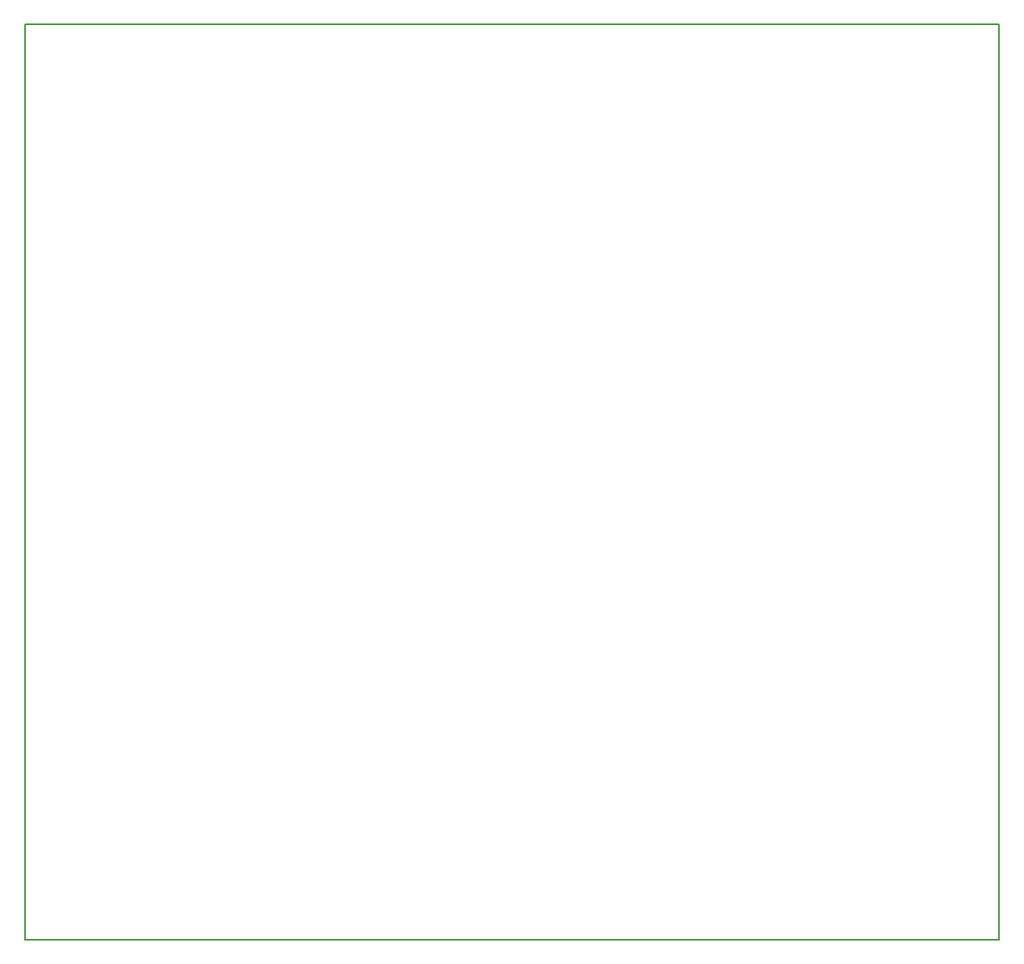
<source format=gbr>
%TF.GenerationSoftware,Altium Limited,Altium Designer,21.9.2 (33)*%
G04 Layer_Color=16711833*
%FSLAX45Y45*%
%MOMM*%
%TF.SameCoordinates,9F934031-F859-43C4-9D29-15814C5376A4*%
%TF.FilePolarity,Positive*%
%TF.FileFunction,Other,Board*%
%TF.Part,Single*%
G01*
G75*
%TA.AperFunction,NonConductor*%
%ADD69C,0.20000*%
D69*
X-8478000Y-5769000D02*
Y3831000D01*
X1722000D01*
Y-5769000D02*
Y3831000D01*
X-8478000Y-5769000D02*
X1722000D01*
%TF.MD5,bf65e6a5deee02adc956b7e91bc3b0f0*%
M02*

</source>
